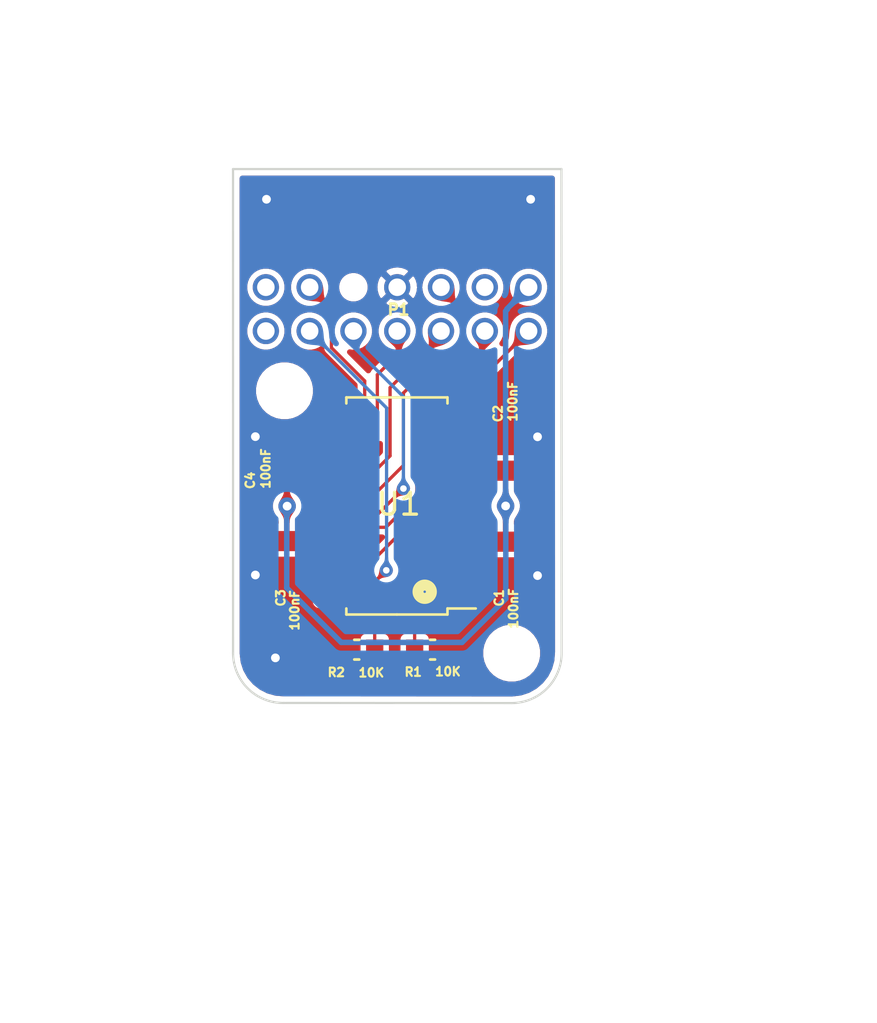
<source format=kicad_pcb>
(kicad_pcb (version 20171130) (host pcbnew "(5.1.8-0-10_14)")
  (layers (0 F.Cu signal) (31 B.Cu signal) (34 B.Paste user hide) (35 F.Paste user hide) (36 B.SilkS user) (37 F.SilkS user) (38 B.Mask user) (39 F.Mask user) (44 Edge.Cuts user))
  (net 0 "")
  (net 1 "Net-(R1-Pad2)")
  (net 2 "Net-(R2-Pad2)")
  (net 3 "Net-(U1-Pad28)")
  (net 4 "Net-(P1-Pad7)")
  (net 5 "Net-(U1-Pad15)")
  (net 6 "Net-(U1-Pad14)")
  (net 7 "Net-(U1-Pad13)")
  (net 8 "Net-(U1-Pad12)")
  (net 9 "Net-(U1-Pad9)")
  (net 10 "Net-(U1-Pad8)")
  (net 11 "Net-(U1-Pad3)")
  (net 12 "Net-(U1-Pad2)")
  (net 13 "Net-(U1-Pad1)")
  (net 14 "Net-(P1-Pad14)")
  (net 15 "Net-(P1-Pad9)")
  (net 16 /VCC)
  (net 17 /GND)
  (net 18 /LRESET#)
  (net 19 /LCLK)
  (net 20 /SERIRQ)
  (net 21 /LFRAME#)
  (net 22 /LAD3)
  (net 23 /LAD2)
  (net 24 /LAD1)
  (net 25 /LAD0)
  (module MyTPM:ScrewHole (layer F.Cu) (at 160.30448 84.57184)
    (fp_text reference REF**)
    (fp_text value ScrewHole)
    (pad "" np_thru_hole circle (at -4.37134 -0.36576) (size 2.1 2.1) (drill 2.1) (layers *.Cu *.Mask))
  )
  (module MyTPM:ScrewHole (layer F.Cu) (at 140.88872 72.24268)
    (fp_text reference REF**)
    (fp_text value ScrewHole)
    (pad "" np_thru_hole circle (at 4.66852 -0.0254) (size 2.1 2.1) (drill 2.1) (layers *.Cu *.Mask))
  )
  (module MyTPM:CAPC1608X87N (layer F.Cu) (at 145.66646 75.08494 90)
    (fp_text reference C4 (at -1.22682 -1.6764 90) (layer F.SilkS) (effects (font (size 0.393701 0.393701) (thickness 0.098425))))
    (fp_text value 100nF (at -0.6858 -0.9652 90) (layer F.SilkS) (effects (font (size 0.393701 0.393701) (thickness 0.098425))))
    (pad 1 smd rect (at -0.775 0 90) (size 0.92 0.97) (layers F.Cu F.Paste F.Mask) (net 16 /VCC))
    (pad 2 smd rect (at 0.775 0 90) (size 0.92 0.97) (layers F.Cu F.Paste F.Mask) (net 17 /GND))
  )
  (module MyTPM:14-1Pin (layer B.Cu) (at 156.7053 69.48678 180)
    (fp_text reference P1 (at 5.94106 0.97282) (layer F.SilkS) (effects (font (size 0.5 0.5) (thickness 0.125))))
    (fp_text value 14-1pin)
    (pad 14 thru_hole circle (at 12 2 180) (size 1.2 1.2) (drill 0.8) (layers *.Cu *.Mask) (net 14 "Net-(P1-Pad14)"))
    (pad 13 thru_hole circle (at 10 2 180) (size 1.2 1.2) (drill 0.8) (layers *.Cu *.Mask) (net 18 /LRESET#))
    (pad "" np_thru_hole circle (at 8 2 180) (size 0.8 0.8) (drill 0.8) (layers *.Cu *.Mask))
    (pad 11 thru_hole circle (at 6 2 180) (size 1.2 1.2) (drill 0.8) (layers *.Cu *.Mask) (net 17 /GND))
    (pad 10 thru_hole circle (at 4 2 180) (size 1.2 1.2) (drill 0.8) (layers *.Cu *.Mask) (net 19 /LCLK))
    (pad 9 thru_hole circle (at 2 2 180) (size 1.2 1.2) (drill 0.8) (layers *.Cu *.Mask) (net 15 "Net-(P1-Pad9)"))
    (pad 8 thru_hole circle (at 0 2 180) (size 1.2 1.2) (drill 0.8) (layers *.Cu *.Mask) (net 16 /VCC))
    (pad 7 thru_hole circle (at 12 0 180) (size 1.2 1.2) (drill 0.8) (layers *.Cu *.Mask) (net 4 "Net-(P1-Pad7)"))
    (pad 6 thru_hole circle (at 10 0 180) (size 1.2 1.2) (drill 0.8) (layers *.Cu *.Mask) (net 20 /SERIRQ))
    (pad 5 thru_hole circle (at 8 0 180) (size 1.2 1.2) (drill 0.8) (layers *.Cu *.Mask) (net 21 /LFRAME#))
    (pad 4 thru_hole circle (at 6 0 180) (size 1.2 1.2) (drill 0.8) (layers *.Cu *.Mask) (net 22 /LAD3))
    (pad 3 thru_hole circle (at 4 0 180) (size 1.2 1.2) (drill 0.8) (layers *.Cu *.Mask) (net 23 /LAD2))
    (pad 2 thru_hole circle (at 2 0 180) (size 1.2 1.2) (drill 0.8) (layers *.Cu *.Mask) (net 24 /LAD1))
    (pad 1 thru_hole circle (at 0 0 180) (size 1.2 1.2) (drill 0.8) (layers *.Cu *.Mask) (net 25 /LAD0))
  )
  (module MyTPM:RD (layer B.Cu) (at 152.44318 80.8228 90)
    (fp_text reference G*** hide)
    (fp_text value LOGO hide)
  )
  (module MyTPM:SLB9665TT20 (layer F.Cu) (at 150.69058 77.48016 180)
    (fp_text reference U1 (at -0.08382 0.08128) (layer F.SilkS))
    (fp_text value SLB9665TT20FW563XUMA3)
    (fp_circle (center -1.27 -3.92) (end -1.213431 -3.92) (layer F.SilkS) (width 0.5))
    (fp_line (start 0 4.96) (end 2.31 4.96) (layer F.SilkS) (width 0.12))
    (fp_line (start 2.31 4.96) (end 2.31 4.685) (layer F.SilkS) (width 0.12))
    (fp_line (start 0 4.96) (end -2.31 4.96) (layer F.SilkS) (width 0.12))
    (fp_line (start -2.31 4.96) (end -2.31 4.685) (layer F.SilkS) (width 0.12))
    (fp_line (start 0 -4.96) (end 2.31 -4.96) (layer F.SilkS) (width 0.12))
    (fp_line (start 2.31 -4.96) (end 2.31 -4.685) (layer F.SilkS) (width 0.12))
    (fp_line (start 0 -4.96) (end -2.31 -4.96) (layer F.SilkS) (width 0.12))
    (fp_line (start -2.31 -4.96) (end -2.31 -4.685) (layer F.SilkS) (width 0.12))
    (fp_line (start -2.31 -4.685) (end -3.6 -4.685) (layer F.SilkS) (width 0.12))
    (pad 1 smd roundrect (at -2.8625 -4.225 180) (size 1.475 0.4) (layers F.Cu F.Paste F.Mask) (net 13 "Net-(U1-Pad1)"))
    (pad 2 smd roundrect (at -2.8625 -3.575 180) (size 1.475 0.4) (layers F.Cu F.Paste F.Mask) (net 12 "Net-(U1-Pad2)"))
    (pad 3 smd roundrect (at -2.8625 -2.925 180) (size 1.475 0.4) (layers F.Cu F.Paste F.Mask) (net 11 "Net-(U1-Pad3)"))
    (pad 4 smd roundrect (at -2.8625 -2.275 180) (size 1.475 0.4) (layers F.Cu F.Paste F.Mask) (net 17 /GND))
    (pad 5 smd roundrect (at -2.8625 -1.625 180) (size 1.475 0.4) (layers F.Cu F.Paste F.Mask) (net 16 /VCC))
    (pad 6 smd roundrect (at -2.8625 -0.975 180) (size 1.475 0.4) (layers F.Cu F.Paste F.Mask) (net 1 "Net-(R1-Pad2)"))
    (pad 7 smd roundrect (at -2.8625 -0.325 180) (size 1.475 0.4) (layers F.Cu F.Paste F.Mask) (net 2 "Net-(R2-Pad2)"))
    (pad 8 smd roundrect (at -2.8625 0.325 180) (size 1.475 0.4) (layers F.Cu F.Paste F.Mask) (net 10 "Net-(U1-Pad8)"))
    (pad 9 smd roundrect (at -2.8625 0.975 180) (size 1.475 0.4) (layers F.Cu F.Paste F.Mask) (net 9 "Net-(U1-Pad9)"))
    (pad 10 smd roundrect (at -2.8625 1.625 180) (size 1.475 0.4) (layers F.Cu F.Paste F.Mask) (net 16 /VCC))
    (pad 11 smd roundrect (at -2.8625 2.275 180) (size 1.475 0.4) (layers F.Cu F.Paste F.Mask) (net 17 /GND))
    (pad 12 smd roundrect (at -2.8625 2.925 180) (size 1.475 0.4) (layers F.Cu F.Paste F.Mask) (net 8 "Net-(U1-Pad12)"))
    (pad 13 smd roundrect (at -2.8625 3.575 180) (size 1.475 0.4) (layers F.Cu F.Paste F.Mask) (net 7 "Net-(U1-Pad13)"))
    (pad 14 smd roundrect (at -2.8625 4.225 180) (size 1.475 0.4) (layers F.Cu F.Paste F.Mask) (net 6 "Net-(U1-Pad14)"))
    (pad 15 smd roundrect (at 2.8625 4.225 180) (size 1.475 0.4) (layers F.Cu F.Paste F.Mask) (net 5 "Net-(U1-Pad15)"))
    (pad 16 smd roundrect (at 2.8625 3.575 180) (size 1.475 0.4) (layers F.Cu F.Paste F.Mask) (net 18 /LRESET#))
    (pad 17 smd roundrect (at 2.8625 2.925 180) (size 1.475 0.4) (layers F.Cu F.Paste F.Mask) (net 22 /LAD3))
    (pad 18 smd roundrect (at 2.8625 2.275 180) (size 1.475 0.4) (layers F.Cu F.Paste F.Mask) (net 17 /GND))
    (pad 19 smd roundrect (at 2.8625 1.625 180) (size 1.475 0.4) (layers F.Cu F.Paste F.Mask) (net 16 /VCC))
    (pad 20 smd roundrect (at 2.8625 0.975 180) (size 1.475 0.4) (layers F.Cu F.Paste F.Mask) (net 23 /LAD2))
    (pad 21 smd roundrect (at 2.8625 0.325 180) (size 1.475 0.4) (layers F.Cu F.Paste F.Mask) (net 19 /LCLK))
    (pad 22 smd roundrect (at 2.8625 -0.325 180) (size 1.475 0.4) (layers F.Cu F.Paste F.Mask) (net 21 /LFRAME#))
    (pad 23 smd roundrect (at 2.8625 -0.975 180) (size 1.475 0.4) (layers F.Cu F.Paste F.Mask) (net 24 /LAD1))
    (pad 24 smd roundrect (at 2.8625 -1.625 180) (size 1.475 0.4) (layers F.Cu F.Paste F.Mask) (net 16 /VCC))
    (pad 25 smd roundrect (at 2.8625 -2.275 180) (size 1.475 0.4) (layers F.Cu F.Paste F.Mask) (net 17 /GND))
    (pad 26 smd roundrect (at 2.8625 -2.925 180) (size 1.475 0.4) (layers F.Cu F.Paste F.Mask) (net 25 /LAD0))
    (pad 27 smd roundrect (at 2.8625 -3.575 180) (size 1.475 0.4) (layers F.Cu F.Paste F.Mask) (net 20 /SERIRQ))
    (pad 28 smd roundrect (at 2.8625 -4.225 180) (size 1.475 0.4) (layers F.Cu F.Paste F.Mask) (net 3 "Net-(U1-Pad28)"))
  )
  (module MyTPM:RESC1608X55N (layer F.Cu) (at 148.8567 84.04606)
    (fp_text reference R2 (at -0.93472 1.03886) (layer F.SilkS) (effects (font (size 0.393701 0.393701) (thickness 0.098425))))
    (fp_text value 10K (at 0.66802 1.0541) (layer F.SilkS) (effects (font (size 0.393701 0.393701) (thickness 0.098425))))
    (fp_line (start -0.11 -0.45) (end 0.11 -0.45) (layer F.SilkS) (width 0.127))
    (fp_line (start -0.11 0.45) (end 0.11 0.45) (layer F.SilkS) (width 0.127))
    (pad 1 smd rect (at -0.82 0) (size 0.79 0.93) (layers F.Cu F.Paste F.Mask) (net 17 /GND))
    (pad 2 smd rect (at 0.82 0) (size 0.79 0.93) (layers F.Cu F.Paste F.Mask) (net 2 "Net-(R2-Pad2)"))
  )
  (module MyTPM:RESC1608X55N (layer F.Cu) (at 152.32126 84.04606 180)
    (fp_text reference R1 (at 0.88646 -1.02108) (layer F.SilkS) (effects (font (size 0.393701 0.393701) (thickness 0.098425))))
    (fp_text value 10K (at -0.70104 -1.0033) (layer F.SilkS) (effects (font (size 0.393701 0.393701) (thickness 0.098425))))
    (fp_line (start -0.11 -0.45) (end 0.11 -0.45) (layer F.SilkS) (width 0.127))
    (fp_line (start -0.11 0.45) (end 0.11 0.45) (layer F.SilkS) (width 0.127))
    (pad 1 smd rect (at -0.82 0 180) (size 0.79 0.93) (layers F.Cu F.Paste F.Mask) (net 17 /GND))
    (pad 2 smd rect (at 0.82 0 180) (size 0.79 0.93) (layers F.Cu F.Paste F.Mask) (net 1 "Net-(R1-Pad2)"))
  )
  (module MyTPM:CAPC1608X87N (layer F.Cu) (at 145.66646 79.86014 270)
    (fp_text reference C3 (at 1.82118 0.28194 90) (layer F.SilkS) (effects (font (size 0.393701 0.393701) (thickness 0.098425))))
    (fp_text value 100nF (at 2.39014 -0.3556 90) (layer F.SilkS) (effects (font (size 0.393701 0.393701) (thickness 0.098425))))
    (pad 1 smd rect (at -0.775 0 270) (size 0.92 0.97) (layers F.Cu F.Paste F.Mask) (net 16 /VCC))
    (pad 2 smd rect (at 0.775 0 270) (size 0.92 0.97) (layers F.Cu F.Paste F.Mask) (net 17 /GND))
  )
  (module MyTPM:CAPC1608X87N (layer F.Cu) (at 155.64866 75.0951 90)
    (fp_text reference C2 (at 1.83642 -0.34036 90) (layer F.SilkS) (effects (font (size 0.393701 0.393701) (thickness 0.098425))))
    (fp_text value 100nF (at 2.39014 0.33274 90) (layer F.SilkS) (effects (font (size 0.393701 0.393701) (thickness 0.098425))))
    (pad 1 smd rect (at -0.775 0 90) (size 0.92 0.97) (layers F.Cu F.Paste F.Mask) (net 16 /VCC))
    (pad 2 smd rect (at 0.775 0 90) (size 0.92 0.97) (layers F.Cu F.Paste F.Mask) (net 17 /GND))
  )
  (module MyTPM:CAPC1608X87N (layer F.Cu) (at 155.66136 79.88808 270)
    (fp_text reference C1 (at 1.79324 0.29972 90) (layer F.SilkS) (effects (font (size 0.393701 0.393701) (thickness 0.098425))))
    (fp_text value 100nF (at 2.27838 -0.3556 90) (layer F.SilkS) (effects (font (size 0.393701 0.393701) (thickness 0.098425))))
    (pad 1 smd rect (at -0.775 0 270) (size 0.92 0.97) (layers F.Cu F.Paste F.Mask) (net 16 /VCC))
    (pad 2 smd rect (at 0.775 0 270) (size 0.92 0.97) (layers F.Cu F.Paste F.Mask) (net 17 /GND))
  )
  (gr_arc (start 145.48866 84.201) (end 143.20774 84.201) (angle -90.95714058) (layer Edge.Cuts) (width 0.1))
  (gr_arc (start 155.93314 84.20608) (end 155.93314 86.487) (angle -90.95714058) (layer Edge.Cuts) (width 0.1))
  (gr_line (start 158.2053 62.08678) (end 158.213742 84.167978) (layer Edge.Cuts) (width 0.1))
  (gr_line (start 143.2053 62.08678) (end 158.2053 62.08678) (layer Edge.Cuts) (width 0.1))
  (gr_line (start 143.20774 84.201) (end 143.2053 62.08678) (layer Edge.Cuts) (width 0.1))
  (gr_line (start 155.93314 86.487) (end 145.526762 86.481602) (layer Edge.Cuts) (width 0.1))
  (via (at 156.79928 63.46698) (size 0.8) (drill 0.4) (layers F.Cu B.Cu) (net 17))
  (via (at 144.73428 63.46698) (size 0.8) (drill 0.4) (layers F.Cu B.Cu) (net 17))
  (via (at 145.14068 84.42198) (size 0.8) (drill 0.4) (layers F.Cu B.Cu) (net 17))
  (via (at 157.11424 74.3204) (size 0.8) (drill 0.4) (layers F.Cu B.Cu) (net 17))
  (via (at 157.11424 80.66278) (size 0.8) (drill 0.4) (layers F.Cu B.Cu) (net 17))
  (via (at 144.22628 74.31278) (size 0.8) (drill 0.4) (layers F.Cu B.Cu) (net 17))
  (via (at 144.22628 80.63484) (size 0.8) (drill 0.4) (layers F.Cu B.Cu) (net 17))
  (segment (start 155.86202 79.10292) (end 153.52238 79.10292) (width 0.25) (layer F.Cu) (net 16))
  (segment (start 155.86202 75.85486) (end 153.48428 75.85486) (width 0.25) (layer F.Cu) (net 16))
  (segment (start 156.7053 67.48678) (end 155.71114 68.48094) (width 0.25) (layer B.Cu) (net 16))
  (segment (start 147.82808 79.10516) (end 145.51212 79.10516) (width 0.25) (layer F.Cu) (net 16))
  (segment (start 147.82808 75.85516) (end 145.52228 75.85516) (width 0.25) (layer F.Cu) (net 16))
  (via (at 145.67662 77.48778) (size 0.8) (drill 0.4) (layers F.Cu B.Cu) (net 16))
  (segment (start 155.65628 76.07808) (end 155.65628 77.480162) (width 0.25) (layer F.Cu) (net 16))
  (via (at 155.65628 77.480162) (size 0.8) (drill 0.4) (layers F.Cu B.Cu) (net 16))
  (segment (start 155.85948 75.87488) (end 155.65628 76.07808) (width 0.25) (layer F.Cu) (net 16))
  (segment (start 155.7401 68.49364) (end 155.65628 68.57746) (width 0.25) (layer B.Cu) (net 16))
  (segment (start 155.65628 68.57746) (end 155.65628 77.480162) (width 0.25) (layer B.Cu) (net 16))
  (segment (start 155.85948 79.08036) (end 155.65628 78.87716) (width 0.25) (layer F.Cu) (net 16))
  (segment (start 155.65628 78.87716) (end 155.65628 77.480162) (width 0.25) (layer F.Cu) (net 16))
  (segment (start 145.66646 77.47254) (end 145.669 77.47) (width 0.25) (layer F.Cu) (net 16))
  (segment (start 145.66646 78.70444) (end 145.66646 77.47254) (width 0.25) (layer F.Cu) (net 16))
  (segment (start 145.66646 77.46746) (end 145.669 77.47) (width 0.25) (layer F.Cu) (net 16))
  (segment (start 145.66646 76.26604) (end 145.66646 77.46746) (width 0.25) (layer F.Cu) (net 16))
  (segment (start 155.6639 77.487782) (end 155.65628 77.480162) (width 0.25) (layer B.Cu) (net 16))
  (segment (start 155.6639 81.71688) (end 155.6639 77.487782) (width 0.25) (layer B.Cu) (net 16))
  (segment (start 148.14804 83.71586) (end 153.66492 83.71586) (width 0.25) (layer B.Cu) (net 16))
  (segment (start 145.65884 81.22666) (end 148.14804 83.71586) (width 0.25) (layer B.Cu) (net 16))
  (segment (start 153.66492 83.71586) (end 155.6639 81.71688) (width 0.25) (layer B.Cu) (net 16))
  (segment (start 145.65884 77.50556) (end 145.67662 77.48778) (width 0.25) (layer B.Cu) (net 16))
  (segment (start 145.65884 78.03388) (end 145.65884 77.50556) (width 0.25) (layer B.Cu) (net 16))
  (segment (start 145.65884 77.70368) (end 145.65884 78.03388) (width 0.25) (layer B.Cu) (net 16))
  (segment (start 145.65884 78.03388) (end 145.65884 81.22666) (width 0.25) (layer B.Cu) (net 16))
  (segment (start 152.84958 78.48346) (end 153.54808 78.48346) (width 0.15) (layer F.Cu) (net 1))
  (segment (start 151.50126 79.83178) (end 152.84958 78.48346) (width 0.15) (layer F.Cu) (net 1))
  (segment (start 151.50126 84.04606) (end 151.50126 79.83178) (width 0.15) (layer F.Cu) (net 1))
  (segment (start 153.29154 77.8256) (end 153.54808 77.8256) (width 0.15) (layer F.Cu) (net 2))
  (segment (start 153.289 77.82814) (end 153.29154 77.8256) (width 0.15) (layer F.Cu) (net 2))
  (segment (start 150.90648 79.54264) (end 152.62098 77.82814) (width 0.15) (layer F.Cu) (net 2))
  (segment (start 150.90648 80.68564) (end 150.90648 79.54264) (width 0.15) (layer F.Cu) (net 2))
  (segment (start 149.6767 81.91542) (end 150.90648 80.68564) (width 0.15) (layer F.Cu) (net 2))
  (segment (start 152.62098 77.82814) (end 153.289 77.82814) (width 0.15) (layer F.Cu) (net 2))
  (segment (start 149.6767 84.04606) (end 149.6767 81.91542) (width 0.15) (layer F.Cu) (net 2))
  (via (at 150.20544 80.42148) (size 0.6) (drill 0.3) (layers F.Cu B.Cu) (net 20))
  (segment (start 149.56028 81.06664) (end 150.20544 80.42148) (width 0.15) (layer F.Cu) (net 20))
  (segment (start 147.79498 81.06664) (end 149.56028 81.06664) (width 0.15) (layer F.Cu) (net 20))
  (segment (start 150.218961 73.000441) (end 150.218961 79.983695) (width 0.15) (layer B.Cu) (net 20))
  (segment (start 150.20544 79.997216) (end 150.20544 80.42148) (width 0.15) (layer B.Cu) (net 20))
  (segment (start 146.7053 69.48678) (end 150.218961 73.000441) (width 0.15) (layer B.Cu) (net 20))
  (segment (start 150.218961 79.983695) (end 150.20544 79.997216) (width 0.15) (layer B.Cu) (net 20))
  (segment (start 149.14372 80.42402) (end 147.85594 80.42402) (width 0.15) (layer F.Cu) (net 25))
  (segment (start 152.19426 77.37348) (end 149.14372 80.42402) (width 0.15) (layer F.Cu) (net 25))
  (segment (start 152.19426 72.85482) (end 152.19426 77.37348) (width 0.15) (layer F.Cu) (net 25))
  (segment (start 153.17724 71.87184) (end 152.19426 72.85482) (width 0.15) (layer F.Cu) (net 25))
  (segment (start 154.32024 71.87184) (end 153.17724 71.87184) (width 0.15) (layer F.Cu) (net 25))
  (segment (start 156.7053 69.48678) (end 154.32024 71.87184) (width 0.15) (layer F.Cu) (net 25))
  (segment (start 154.7053 69.48678) (end 154.7053 69.49288) (width 0.15) (layer F.Cu) (net 24))
  (segment (start 153.62936 71.2978) (end 154.70632 70.22084) (width 0.15) (layer F.Cu) (net 24))
  (segment (start 154.70632 70.22084) (end 154.70632 69.48932) (width 0.15) (layer F.Cu) (net 24))
  (segment (start 152.89276 71.2978) (end 153.62936 71.2978) (width 0.15) (layer F.Cu) (net 24))
  (segment (start 151.5999 72.59066) (end 152.89276 71.2978) (width 0.15) (layer F.Cu) (net 24))
  (segment (start 151.5999 77.04582) (end 151.5999 72.59066) (width 0.15) (layer F.Cu) (net 24))
  (segment (start 150.1902 78.45552) (end 151.5999 77.04582) (width 0.15) (layer F.Cu) (net 24))
  (segment (start 147.8026 78.45552) (end 150.1902 78.45552) (width 0.15) (layer F.Cu) (net 24))
  (via (at 150.987758 76.68514) (size 0.6) (drill 0.3) (layers F.Cu B.Cu) (net 21))
  (segment (start 149.847298 77.8256) (end 150.987758 76.68514) (width 0.15) (layer F.Cu) (net 21))
  (segment (start 147.8026 77.8256) (end 149.847298 77.8256) (width 0.15) (layer F.Cu) (net 21))
  (segment (start 150.987758 72.489058) (end 150.987758 76.68514) (width 0.15) (layer B.Cu) (net 21))
  (segment (start 148.7053 70.2066) (end 150.987758 72.489058) (width 0.15) (layer B.Cu) (net 21))
  (segment (start 148.7053 69.48678) (end 148.7053 70.2066) (width 0.15) (layer B.Cu) (net 21))
  (segment (start 144.7053 69.48678) (end 144.70888 69.49036) (width 0.15) (layer B.Cu) (net 4))
  (segment (start 144.7053 69.48678) (end 144.70634 69.48678) (width 0.15) (layer B.Cu) (net 4))
  (segment (start 149.08022 76.48956) (end 147.83054 76.48956) (width 0.15) (layer F.Cu) (net 23))
  (segment (start 150.37816 75.19162) (end 149.08022 76.48956) (width 0.15) (layer F.Cu) (net 23))
  (segment (start 150.37816 72.07504) (end 150.37816 75.19162) (width 0.15) (layer F.Cu) (net 23))
  (segment (start 152.7053 69.7479) (end 150.37816 72.07504) (width 0.15) (layer F.Cu) (net 23))
  (segment (start 152.7053 69.48678) (end 152.7053 69.7479) (width 0.15) (layer F.Cu) (net 23))
  (segment (start 149.352 74.5744) (end 147.85594 74.5744) (width 0.15) (layer F.Cu) (net 22))
  (segment (start 149.7965 74.1299) (end 149.352 74.5744) (width 0.15) (layer F.Cu) (net 22))
  (segment (start 149.7965 71.48322) (end 149.7965 74.1299) (width 0.15) (layer F.Cu) (net 22))
  (segment (start 150.7053 70.57442) (end 149.7965 71.48322) (width 0.15) (layer F.Cu) (net 22))
  (segment (start 150.7053 69.48678) (end 150.7053 70.57442) (width 0.15) (layer F.Cu) (net 22))
  (segment (start 147.69846 68.47994) (end 147.69846 70.24624) (width 0.15) (layer F.Cu) (net 18))
  (segment (start 149.21992 71.7677) (end 149.21992 73.59904) (width 0.15) (layer F.Cu) (net 18))
  (segment (start 149.21992 73.59904) (end 148.89988 73.91908) (width 0.15) (layer F.Cu) (net 18))
  (segment (start 148.89988 73.91908) (end 147.8026 73.91908) (width 0.15) (layer F.Cu) (net 18))
  (segment (start 147.69846 70.24624) (end 149.21992 71.7677) (width 0.15) (layer F.Cu) (net 18))
  (segment (start 146.7053 67.48678) (end 147.69846 68.47994) (width 0.15) (layer F.Cu) (net 18))
  (segment (start 150.98776 72.317964) (end 150.98776 75.6285) (width 0.15) (layer F.Cu) (net 19))
  (segment (start 149.44852 77.16774) (end 147.85594 77.16774) (width 0.15) (layer F.Cu) (net 19))
  (segment (start 150.98776 75.6285) (end 149.44852 77.16774) (width 0.15) (layer F.Cu) (net 19))
  (segment (start 153.23566 70.63994) (end 152.665784 70.63994) (width 0.15) (layer F.Cu) (net 19))
  (segment (start 153.71826 70.15734) (end 153.23566 70.63994) (width 0.15) (layer F.Cu) (net 19))
  (segment (start 153.71826 68.56476) (end 153.71826 70.15734) (width 0.15) (layer F.Cu) (net 19))
  (segment (start 152.7053 67.5518) (end 153.71826 68.56476) (width 0.15) (layer F.Cu) (net 19))
  (segment (start 152.665784 70.63994) (end 150.98776 72.317964) (width 0.15) (layer F.Cu) (net 19))
  (segment (start 152.7053 67.48678) (end 152.7053 67.5518) (width 0.15) (layer F.Cu) (net 19))
  (zone (net 17) (net_name /GND) (layer F.Cu) (connect_pads (clearance 0.25)) (min_thickness 0.25) (fill yes (arc_segments 32) (thermal_gap 0.3) (thermal_bridge_width 0.3))
    (polygon (pts (xy 170.82262 99.30638) (xy 132.5626 99.30638) (xy 132.5626 54.36108) (xy 170.82262 54.36108)))
  )
  (zone (net 17) (net_name /GND) (layer B.Cu) (connect_pads (clearance 0.25)) (min_thickness 0.25) (fill yes (arc_segments 32) (thermal_gap 0.3) (thermal_bridge_width 0.3))
    (polygon (pts (xy 172.63872 101.11994) (xy 134.31774 101.11994) (xy 134.31774 56.14162) (xy 172.63872 56.14162)))
  )
  (zone (net 16) (net_name /VCC) (layer B.Cu) (priority 16962) (connect_pads yes (clearance 0.05)) (min_thickness 0.0254) (fill yes (arc_segments 32) (thermal_gap 0.508) (thermal_bridge_width 0.508))
    (polygon (pts (xy 155.952232 68.416625) (xy 156.054873 68.323022) (xy 156.148813 68.25479) (xy 156.236676 68.20719) (xy 156.32109 68.175481) (xy 156.404681 68.154925) (xy 156.490074 68.140783) (xy 156.579897 68.128313) (xy 156.676776 68.112777) (xy 156.783336 68.089436) (xy 156.902205 68.05355) (xy 156.917432 67.274648) (xy 156.13853 67.289875) (xy 156.102643 67.408743) (xy 156.079302 67.515303) (xy 156.063766 67.612182) (xy 156.051296 67.702005) (xy 156.037154 67.787398) (xy 156.016598 67.870989) (xy 155.984889 67.955403) (xy 155.937289 68.043266) (xy 155.869057 68.137206) (xy 155.775455 68.239848)))
  )
  (zone (net 16) (net_name /VCC) (layer F.Cu) (priority 16962) (connect_pads yes (clearance 0.05)) (min_thickness 0.0254) (fill yes (arc_segments 32) (thermal_gap 0.508) (thermal_bridge_width 0.508))
    (polygon (pts (xy 155.53128 76.690162) (xy 155.528013 76.780623) (xy 155.518621 76.856384) (xy 155.503715 76.920551) (xy 155.483905 76.976226) (xy 155.459803 77.026514) (xy 155.432018 77.074521) (xy 155.401163 77.123349) (xy 155.367847 77.176103) (xy 155.332683 77.235887) (xy 155.29628 77.305807) (xy 155.65628 77.680162) (xy 156.01628 77.305807) (xy 155.979876 77.235887) (xy 155.944712 77.176103) (xy 155.911396 77.123349) (xy 155.880541 77.074521) (xy 155.852756 77.026514) (xy 155.828654 76.976226) (xy 155.808844 76.920551) (xy 155.793938 76.856384) (xy 155.784546 76.780623) (xy 155.78128 76.690162)))
  )
  (zone (net 16) (net_name /VCC) (layer B.Cu) (priority 16962) (connect_pads yes (clearance 0.05)) (min_thickness 0.0254) (fill yes (arc_segments 32) (thermal_gap 0.508) (thermal_bridge_width 0.508))
    (polygon (pts (xy 155.53128 76.690162) (xy 155.528013 76.780623) (xy 155.518621 76.856384) (xy 155.503715 76.920551) (xy 155.483905 76.976226) (xy 155.459803 77.026514) (xy 155.432018 77.074521) (xy 155.401163 77.123349) (xy 155.367847 77.176103) (xy 155.332683 77.235887) (xy 155.29628 77.305807) (xy 155.65628 77.680162) (xy 156.01628 77.305807) (xy 155.979876 77.235887) (xy 155.944712 77.176103) (xy 155.911396 77.123349) (xy 155.880541 77.074521) (xy 155.852756 77.026514) (xy 155.828654 76.976226) (xy 155.808844 76.920551) (xy 155.793938 76.856384) (xy 155.784546 76.780623) (xy 155.78128 76.690162)))
  )
  (zone (net 16) (net_name /VCC) (layer F.Cu) (priority 16962) (connect_pads yes (clearance 0.05)) (min_thickness 0.0254) (fill yes (arc_segments 32) (thermal_gap 0.508) (thermal_bridge_width 0.508))
    (polygon (pts (xy 155.78128 78.270162) (xy 155.784546 78.1797) (xy 155.793938 78.103939) (xy 155.808844 78.039772) (xy 155.828654 77.984097) (xy 155.852756 77.933809) (xy 155.880541 77.885802) (xy 155.911396 77.836974) (xy 155.944712 77.78422) (xy 155.979876 77.724436) (xy 156.01628 77.654517) (xy 155.65628 77.280162) (xy 155.29628 77.654517) (xy 155.332683 77.724436) (xy 155.367847 77.78422) (xy 155.401163 77.836974) (xy 155.432018 77.885802) (xy 155.459803 77.933809) (xy 155.483905 77.984097) (xy 155.503715 78.039772) (xy 155.518621 78.103939) (xy 155.528013 78.1797) (xy 155.53128 78.270162)))
  )
  (zone (net 16) (net_name /VCC) (layer F.Cu) (priority 16962) (connect_pads yes (clearance 0.05)) (min_thickness 0.0254) (fill yes (arc_segments 32) (thermal_gap 0.508) (thermal_bridge_width 0.508))
    (polygon (pts (xy 145.79146 78.26254) (xy 145.794803 78.175049) (xy 145.804415 78.101888) (xy 145.819669 78.040052) (xy 145.839938 77.986535) (xy 145.864595 77.938332) (xy 145.893014 77.892437) (xy 145.924567 77.845845) (xy 145.958627 77.795549) (xy 145.994567 77.738545) (xy 146.031762 77.671828) (xy 145.68204 77.287854) (xy 145.312028 77.652315) (xy 145.346294 77.722296) (xy 145.379887 77.781981) (xy 145.412114 77.834483) (xy 145.442286 77.882918) (xy 145.469711 77.930401) (xy 145.493698 77.980045) (xy 145.513558 78.034966) (xy 145.528598 78.098279) (xy 145.538129 78.173099) (xy 145.54146 78.26254)))
  )
  (zone (net 16) (net_name /VCC) (layer F.Cu) (priority 16962) (connect_pads yes (clearance 0.05)) (min_thickness 0.0254) (fill yes (arc_segments 32) (thermal_gap 0.508) (thermal_bridge_width 0.508))
    (polygon (pts (xy 145.54146 76.68746) (xy 145.53826 76.780189) (xy 145.529065 76.857934) (xy 145.514479 76.923878) (xy 145.495109 76.981207) (xy 145.471559 77.033106) (xy 145.444436 77.082759) (xy 145.414344 77.133351) (xy 145.381889 77.188068) (xy 145.347677 77.250094) (xy 145.312313 77.322614) (xy 145.681694 77.687715) (xy 146.03208 77.304347) (xy 145.993815 77.234918) (xy 145.957234 77.175429) (xy 145.922889 77.122798) (xy 145.891333 77.07394) (xy 145.863116 77.025775) (xy 145.838792 76.975221) (xy 145.818912 76.919194) (xy 145.804029 76.854613) (xy 145.794694 76.778396) (xy 145.79146 76.68746)))
  )
  (zone (net 16) (net_name /VCC) (layer B.Cu) (priority 16962) (connect_pads yes (clearance 0.05)) (min_thickness 0.0254) (fill yes (arc_segments 32) (thermal_gap 0.508) (thermal_bridge_width 0.508))
    (polygon (pts (xy 155.7889 78.277782) (xy 155.792117 78.185631) (xy 155.801366 78.108393) (xy 155.816038 78.042904) (xy 155.835525 77.985998) (xy 155.85922 77.93451) (xy 155.886516 77.885276) (xy 155.916805 77.835132) (xy 155.949479 77.780912) (xy 155.983931 77.719452) (xy 156.019554 77.647588) (xy 155.652448 77.280199) (xy 155.299687 77.661383) (xy 155.337486 77.730915) (xy 155.373713 77.790462) (xy 155.407801 77.843109) (xy 155.439182 77.891943) (xy 155.46729 77.940053) (xy 155.491558 77.990525) (xy 155.51142 78.046447) (xy 155.526308 78.110905) (xy 155.535657 78.186988) (xy 155.5389 78.277782)))
  )
  (zone (net 16) (net_name /VCC) (layer B.Cu) (priority 16962) (connect_pads yes (clearance 0.05)) (min_thickness 0.0254) (fill yes (arc_segments 32) (thermal_gap 0.508) (thermal_bridge_width 0.508))
    (polygon (pts (xy 145.78384 78.03388) (xy 145.785446 78.003069) (xy 145.789925 77.974355) (xy 145.796764 77.947895) (xy 145.805453 77.923849) (xy 145.815478 77.902375) (xy 145.82633 77.883633) (xy 145.837495 77.867781) (xy 145.848462 77.854979) (xy 145.85872 77.845384) (xy 145.867758 77.839157) (xy 145.685332 77.28797) (xy 145.455624 77.821187) (xy 145.464595 77.828578) (xy 145.474475 77.839533) (xy 145.484826 77.853871) (xy 145.495212 77.871413) (xy 145.505197 77.891979) (xy 145.514345 77.91539) (xy 145.52222 77.941465) (xy 145.528384 77.970025) (xy 145.532403 78.000889) (xy 145.53384 78.03388)))
  )
  (zone (net 16) (net_name /VCC) (layer B.Cu) (priority 16962) (connect_pads yes (clearance 0.05)) (min_thickness 0.0254) (fill yes (arc_segments 32) (thermal_gap 0.508) (thermal_bridge_width 0.508))
    (polygon (pts (xy 145.78384 78.03388) (xy 145.785464 78.002947) (xy 145.789992 77.974145) (xy 145.796908 77.947626) (xy 145.805696 77.923541) (xy 145.815839 77.90204) (xy 145.826822 77.883274) (xy 145.838127 77.867393) (xy 145.84924 77.85455) (xy 145.859642 77.844894) (xy 145.86882 77.838577) (xy 145.685372 77.287972) (xy 145.454483 77.820428) (xy 145.463596 77.827932) (xy 145.473626 77.838968) (xy 145.484131 77.853365) (xy 145.494668 77.870952) (xy 145.504797 77.891557) (xy 145.514074 77.91501) (xy 145.522059 77.94114) (xy 145.528309 77.969775) (xy 145.532383 78.000745) (xy 145.53384 78.03388)))
  )
  (zone (net 20) (net_name /SERIRQ) (layer F.Cu) (priority 16962) (connect_pads yes (clearance 0.05)) (min_thickness 0.0254) (fill yes (arc_segments 32) (thermal_gap 0.508) (thermal_bridge_width 0.508))
    (polygon (pts (xy 149.841281 80.891705) (xy 149.891583 80.845525) (xy 149.937522 80.811349) (xy 149.980396 80.786967) (xy 150.021505 80.770168) (xy 150.06215 80.758743) (xy 150.103629 80.750481) (xy 150.147243 80.743173) (xy 150.194292 80.734607) (xy 150.246075 80.722574) (xy 150.303892 80.704865) (xy 150.311506 80.315414) (xy 149.922055 80.323028) (xy 149.904345 80.380844) (xy 149.892312 80.432627) (xy 149.883746 80.479676) (xy 149.876438 80.52329) (xy 149.868176 80.564769) (xy 149.856751 80.605414) (xy 149.839952 80.646523) (xy 149.81557 80.689397) (xy 149.781394 80.735336) (xy 149.735215 80.785639)))
  )
  (zone (net 20) (net_name /SERIRQ) (layer B.Cu) (priority 16962) (connect_pads yes (clearance 0.05)) (min_thickness 0.0254) (fill yes (arc_segments 32) (thermal_gap 0.508) (thermal_bridge_width 0.508))
    (polygon (pts (xy 150.143961 79.827081) (xy 150.140715 79.896476) (xy 150.131492 79.953871) (xy 150.117068 80.001848) (xy 150.098216 80.042987) (xy 150.075708 80.079867) (xy 150.050321 80.11507) (xy 150.022826 80.151175) (xy 149.993998 80.190764) (xy 149.964612 80.236417) (xy 149.93544 80.290714) (xy 150.20544 80.57148) (xy 150.47544 80.290714) (xy 150.447506 80.237269) (xy 150.420453 80.191831) (xy 150.394767 80.151988) (xy 150.370932 80.115326) (xy 150.349434 80.079435) (xy 150.330757 80.0419) (xy 150.315386 80.00031) (xy 150.303806 79.952252) (xy 150.296503 79.895313) (xy 150.293961 79.827081)))
  )
  (zone (net 20) (net_name /SERIRQ) (layer B.Cu) (priority 16962) (connect_pads yes (clearance 0.05)) (min_thickness 0.0254) (fill yes (arc_segments 32) (thermal_gap 0.508) (thermal_bridge_width 0.508))
    (polygon (pts (xy 147.59979 70.275204) (xy 147.505476 70.17013) (xy 147.439217 70.073453) (xy 147.395621 69.982569) (xy 147.369296 69.894873) (xy 147.354849 69.807763) (xy 147.346889 69.718635) (xy 147.340023 69.624886) (xy 147.328859 69.523912) (xy 147.308006 69.413109) (xy 147.27207 69.289875) (xy 146.493168 69.274648) (xy 146.508395 70.05355) (xy 146.631629 70.089486) (xy 146.742432 70.110339) (xy 146.843406 70.121503) (xy 146.937155 70.128369) (xy 147.026283 70.136329) (xy 147.113393 70.150776) (xy 147.201089 70.177101) (xy 147.291973 70.220697) (xy 147.38865 70.286956) (xy 147.493724 70.38127)))
  )
  (zone (net 25) (net_name /LAD0) (layer F.Cu) (priority 16962) (connect_pads yes (clearance 0.05)) (min_thickness 0.0254) (fill yes (arc_segments 32) (thermal_gap 0.508) (thermal_bridge_width 0.508))
    (polygon (pts (xy 155.916876 70.38127) (xy 156.021949 70.286956) (xy 156.118626 70.220697) (xy 156.20951 70.177101) (xy 156.297206 70.150776) (xy 156.384316 70.136329) (xy 156.473444 70.128369) (xy 156.567193 70.121503) (xy 156.668167 70.110339) (xy 156.77897 70.089486) (xy 156.902205 70.05355) (xy 156.917432 69.274648) (xy 156.13853 69.289875) (xy 156.102593 69.413109) (xy 156.08174 69.523912) (xy 156.070576 69.624886) (xy 156.06371 69.718635) (xy 156.05575 69.807763) (xy 156.041303 69.894873) (xy 156.014978 69.982569) (xy 155.971382 70.073453) (xy 155.905123 70.17013) (xy 155.81081 70.275204)))
  )
  (zone (net 24) (net_name /LAD1) (layer F.Cu) (priority 16962) (connect_pads yes (clearance 0.05)) (min_thickness 0.0254) (fill yes (arc_segments 32) (thermal_gap 0.508) (thermal_bridge_width 0.508))
    (polygon (pts (xy 154.428088 70.605138) (xy 154.524167 70.509264) (xy 154.605351 70.428641) (xy 154.675065 70.359755) (xy 154.736732 70.299091) (xy 154.793778 70.243138) (xy 154.849628 70.18838) (xy 154.907707 70.131305) (xy 154.971439 70.0684) (xy 155.04425 69.996151) (xy 155.129564 69.911044) (xy 154.704784 69.186781) (xy 154.165752 69.749243) (xy 154.213495 69.837047) (xy 154.264978 69.918358) (xy 154.316123 69.994541) (xy 154.362849 70.066963) (xy 154.401079 70.136992) (xy 154.426734 70.205993) (xy 154.435734 70.275335) (xy 154.424001 70.346384) (xy 154.387457 70.420507) (xy 154.322022 70.499072)))
  )
  (zone (net 21) (net_name /LFRAME#) (layer F.Cu) (priority 16962) (connect_pads yes (clearance 0.05)) (min_thickness 0.0254) (fill yes (arc_segments 32) (thermal_gap 0.508) (thermal_bridge_width 0.508))
    (polygon (pts (xy 150.623599 77.155365) (xy 150.673901 77.109185) (xy 150.71984 77.075009) (xy 150.762714 77.050627) (xy 150.803823 77.033828) (xy 150.844468 77.022403) (xy 150.885947 77.014141) (xy 150.929561 77.006833) (xy 150.97661 76.998267) (xy 151.028393 76.986234) (xy 151.08621 76.968525) (xy 151.093824 76.579074) (xy 150.704373 76.586688) (xy 150.686663 76.644504) (xy 150.67463 76.696287) (xy 150.666064 76.743336) (xy 150.658756 76.78695) (xy 150.650494 76.828429) (xy 150.639069 76.869074) (xy 150.62227 76.910183) (xy 150.597888 76.953057) (xy 150.563712 76.998996) (xy 150.517533 77.049299)))
  )
  (zone (net 21) (net_name /LFRAME#) (layer B.Cu) (priority 16962) (connect_pads yes (clearance 0.05)) (min_thickness 0.0254) (fill yes (arc_segments 32) (thermal_gap 0.508) (thermal_bridge_width 0.508))
    (polygon (pts (xy 150.912758 76.09514) (xy 150.909842 76.163363) (xy 150.901524 76.220013) (xy 150.888448 76.26757) (xy 150.871258 76.308518) (xy 150.850597 76.345337) (xy 150.827108 76.38051) (xy 150.801436 76.416518) (xy 150.774225 76.455843) (xy 150.746117 76.500968) (xy 150.717758 76.554374) (xy 150.987758 76.83514) (xy 151.257758 76.554374) (xy 151.229398 76.500968) (xy 151.20129 76.455843) (xy 151.174079 76.416518) (xy 151.148407 76.38051) (xy 151.124918 76.345337) (xy 151.104257 76.308518) (xy 151.087067 76.26757) (xy 151.073991 76.220013) (xy 151.065673 76.163363) (xy 151.062758 76.09514)))
  )
  (zone (net 21) (net_name /LFRAME#) (layer B.Cu) (priority 16962) (connect_pads yes (clearance 0.05)) (min_thickness 0.0254) (fill yes (arc_segments 32) (thermal_gap 0.508) (thermal_bridge_width 0.508))
    (polygon (pts (xy 149.097871 70.493105) (xy 149.032812 70.415192) (xy 148.996055 70.341619) (xy 148.983636 70.271044) (xy 148.991593 70.202127) (xy 149.015962 70.133526) (xy 149.052781 70.063899) (xy 149.098087 69.991906) (xy 149.147918 69.916205) (xy 149.198309 69.835454) (xy 149.2453 69.748313) (xy 148.7053 69.18678) (xy 148.281036 69.911044) (xy 148.366774 69.996148) (xy 148.440339 70.067992) (xy 148.505075 70.130193) (xy 148.564324 70.186362) (xy 148.62143 70.240117) (xy 148.679735 70.295071) (xy 148.742581 70.354838) (xy 148.813313 70.423034) (xy 148.895273 70.503273) (xy 148.991805 70.599171)))
  )
  (zone (net 23) (net_name /LAD2) (layer F.Cu) (priority 16962) (connect_pads yes (clearance 0.05)) (min_thickness 0.0254) (fill yes (arc_segments 32) (thermal_gap 0.508) (thermal_bridge_width 0.508))
    (polygon (pts (xy 152.058298 70.500968) (xy 152.173642 70.396173) (xy 152.279262 70.319616) (xy 152.377591 70.264984) (xy 152.471062 70.225962) (xy 152.562109 70.196239) (xy 152.653165 70.169501) (xy 152.746664 70.139436) (xy 152.845038 70.09973) (xy 152.950721 70.044069) (xy 153.066146 69.966143) (xy 152.842369 69.219925) (xy 152.105466 69.472696) (xy 152.107737 69.590169) (xy 152.117527 69.695809) (xy 152.130549 69.79195) (xy 152.142519 69.880923) (xy 152.149149 69.965063) (xy 152.146155 70.046701) (xy 152.129252 70.128171) (xy 152.094154 70.211806) (xy 152.036576 70.299939) (xy 151.952232 70.394902)))
  )
  (zone (net 22) (net_name /LAD3) (layer F.Cu) (priority 16962) (connect_pads yes (clearance 0.05)) (min_thickness 0.0254) (fill yes (arc_segments 32) (thermal_gap 0.508) (thermal_bridge_width 0.508))
    (polygon (pts (xy 150.678883 70.706903) (xy 150.762346 70.613774) (xy 150.822429 70.527457) (xy 150.864702 70.446525) (xy 150.89473 70.369553) (xy 150.918081 70.295115) (xy 150.940325 70.221785) (xy 150.967027 70.148139) (xy 151.003755 70.07275) (xy 151.056078 69.994194) (xy 151.129564 69.911044) (xy 150.7053 69.18678) (xy 150.1653 69.748313) (xy 150.230054 69.854681) (xy 150.309796 69.949524) (xy 150.396904 70.035405) (xy 150.483758 70.114885) (xy 150.562739 70.190526) (xy 150.626225 70.264892) (xy 150.666596 70.340543) (xy 150.676232 70.420043) (xy 150.647512 70.505953) (xy 150.572817 70.600837)))
  )
  (zone (net 18) (net_name /LRESET#) (layer F.Cu) (priority 16962) (connect_pads yes (clearance 0.05)) (min_thickness 0.0254) (fill yes (arc_segments 32) (thermal_gap 0.508) (thermal_bridge_width 0.508))
    (polygon (pts (xy 147.59979 68.275204) (xy 147.505476 68.17013) (xy 147.439217 68.073453) (xy 147.395621 67.982569) (xy 147.369296 67.894873) (xy 147.354849 67.807763) (xy 147.346889 67.718635) (xy 147.340023 67.624886) (xy 147.328859 67.523912) (xy 147.308006 67.413109) (xy 147.27207 67.289875) (xy 146.493168 67.274648) (xy 146.508395 68.05355) (xy 146.631629 68.089486) (xy 146.742432 68.110339) (xy 146.843406 68.121503) (xy 146.937155 68.128369) (xy 147.026283 68.136329) (xy 147.113393 68.150776) (xy 147.201089 68.177101) (xy 147.291973 68.220697) (xy 147.38865 68.286956) (xy 147.493724 68.38127)))
  )
  (zone (net 19) (net_name /LCLK) (layer F.Cu) (priority 16962) (connect_pads yes (clearance 0.05)) (min_thickness 0.0254) (fill yes (arc_segments 32) (thermal_gap 0.508) (thermal_bridge_width 0.508))
    (polygon (pts (xy 153.578576 68.31901) (xy 153.485158 68.214946) (xy 153.419644 68.119146) (xy 153.37691 68.02897) (xy 153.351834 67.941776) (xy 153.339294 67.854922) (xy 153.334168 67.765768) (xy 153.331331 67.671671) (xy 153.325663 67.569992) (xy 153.312041 67.458088) (xy 153.285342 67.333318) (xy 152.509825 67.259208) (xy 152.466081 68.037029) (xy 152.590417 68.083877) (xy 152.70236 68.113909) (xy 152.804584 68.132759) (xy 152.899762 68.146065) (xy 152.990564 68.159462) (xy 153.079666 68.178586) (xy 153.169738 68.209073) (xy 153.263454 68.25656) (xy 153.363487 68.326682) (xy 153.47251 68.425076)))
  )
)
</source>
